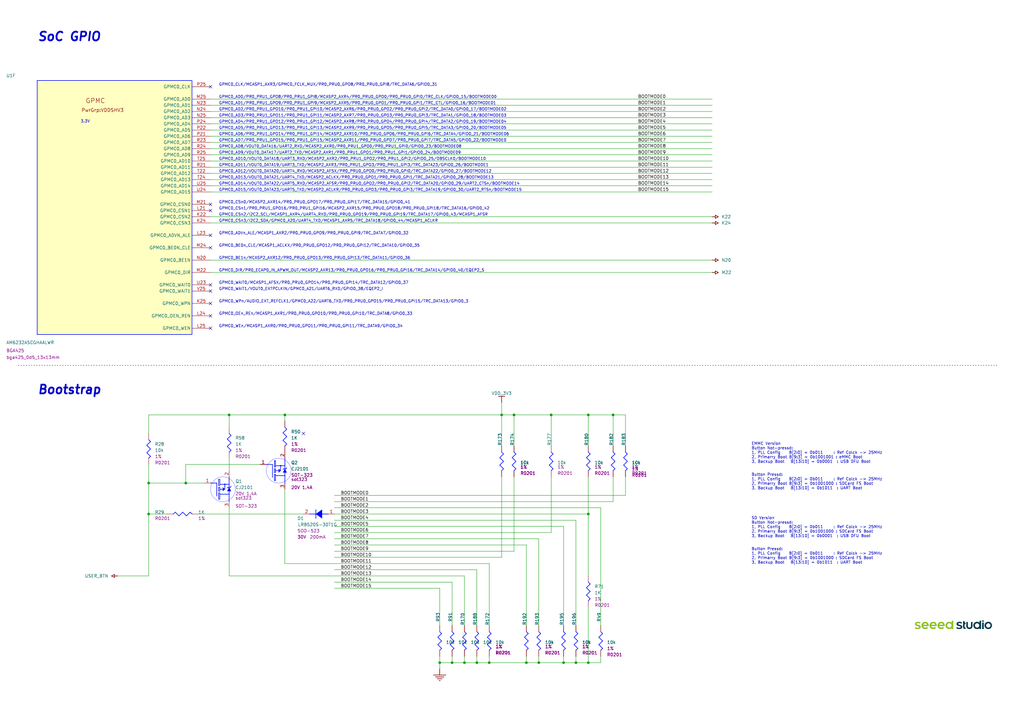
<source format=kicad_sch>
(kicad_sch (version 20231120) (generator "eeschema") (generator_version "8.0")
  (paper "User" 419.989 297.002)
  (junction (at 220.98 271.78))
  (junction (at 215.9 271.78))
  (junction (at 226.06 170.18))
  (junction (at 185.42 271.78))
  (junction (at 236.22 271.78))
  (junction (at 241.3 271.78))
  (junction (at 241.3 210.82))
  (junction (at 195.58 271.78))
  (junction (at 241.3 170.18))
  (junction (at 200.66 271.78))
  (junction (at 180.34 271.78))
  (junction (at 205.74 170.18))
  (junction (at 76.2 198.12))
  (junction (at 251.46 170.18))
  (junction (at 231.14 271.78))
  (junction (at 60.96 210.82))
  (junction (at 210.82 170.18))
  (junction (at 93.98 170.18))
  (junction (at 116.84 170.18))
  (junction (at 60.96 198.12))
  (junction (at 190.5 271.78))
  (no_connect (at 86.36 134.62))
  (no_connect (at 86.36 83.82))
  (no_connect (at 86.36 86.36))
  (no_connect (at 86.36 101.6))
  (no_connect (at 86.36 96.52))
  (no_connect (at 124.46 177.8))
  (no_connect (at 86.36 124.46))
  (no_connect (at 86.36 116.84))
  (no_connect (at 86.36 35.56))
  (no_connect (at 86.36 119.38))
  (no_connect (at 86.36 129.54))
  (wire (pts (xy 220.98 271.78) (xy 220.98 269.24)))
  (wire (pts (xy 68.58 210.82) (xy 60.96 210.82)))
  (wire (pts (xy 106.68 190.5) (xy 76.2 190.5)))
  (wire (pts (xy 86.36 78.74) (xy 292.1 78.74)))
  (wire (pts (xy 60.96 177.8) (xy 60.96 170.18)))
  (wire (pts (xy 86.36 106.68) (xy 292.1 106.68)))
  (wire (pts (xy 137.16 203.2) (xy 256.54 203.2)))
  (wire (pts (xy 93.98 236.22) (xy 93.98 208.28)))
  (wire (pts (xy 48.26 236.22) (xy 60.96 236.22)))
  (wire (pts (xy 195.58 233.68) (xy 137.16 233.68)))
  (wire (pts (xy 246.38 271.78) (xy 246.38 269.24)))
  (wire (pts (xy 246.38 256.54) (xy 246.38 208.28)))
  (wire (pts (xy 226.06 182.88) (xy 226.06 170.18)))
  (wire (pts (xy 251.46 205.74) (xy 251.46 195.58)))
  (wire (pts (xy 200.66 271.78) (xy 215.9 271.78)))
  (wire (pts (xy 251.46 170.18) (xy 256.54 170.18)))
  (wire (pts (xy 93.98 193.04) (xy 93.98 187.96)))
  (wire (pts (xy 76.2 190.5) (xy 76.2 198.12)))
  (wire (pts (xy 220.98 220.98) (xy 137.16 220.98)))
  (wire (pts (xy 86.36 45.72) (xy 292.1 45.72)))
  (wire (pts (xy 210.82 182.88) (xy 210.82 170.18)))
  (wire (pts (xy 86.36 60.96) (xy 292.1 60.96)))
  (wire (pts (xy 116.84 200.66) (xy 116.84 231.14)))
  (wire (pts (xy 236.22 213.36) (xy 137.16 213.36)))
  (wire (pts (xy 116.84 170.18) (xy 205.74 170.18)))
  (wire (pts (xy 60.96 236.22) (xy 60.96 210.82)))
  (wire (pts (xy 86.36 58.42) (xy 292.1 58.42)))
  (wire (pts (xy 185.42 271.78) (xy 190.5 271.78)))
  (wire (pts (xy 180.34 271.78) (xy 185.42 271.78)))
  (wire (pts (xy 210.82 226.06) (xy 210.82 195.58)))
  (wire (pts (xy 292.1 50.8) (xy 86.36 50.8)))
  (wire (pts (xy 60.96 198.12) (xy 76.2 198.12)))
  (wire (pts (xy 236.22 256.54) (xy 236.22 213.36)))
  (wire (pts (xy 195.58 271.78) (xy 200.66 271.78)))
  (wire (pts (xy 292.1 53.34) (xy 86.36 53.34)))
  (wire (pts (xy 220.98 271.78) (xy 231.14 271.78)))
  (wire (pts (xy 190.5 256.54) (xy 190.5 236.22)))
  (wire (pts (xy 236.22 271.78) (xy 241.3 271.78)))
  (wire (pts (xy 231.14 271.78) (xy 231.14 269.24)))
  (wire (pts (xy 86.36 73.66) (xy 292.1 73.66)))
  (wire (pts (xy 241.3 271.78) (xy 246.38 271.78)))
  (wire (pts (xy 231.14 271.78) (xy 236.22 271.78)))
  (wire (pts (xy 93.98 170.18) (xy 93.98 175.26)))
  (wire (pts (xy 256.54 203.2) (xy 256.54 195.58)))
  (wire (pts (xy 195.58 256.54) (xy 195.58 233.68)))
  (wire (pts (xy 76.2 198.12) (xy 83.82 198.12)))
  (wire (pts (xy 185.42 271.78) (xy 185.42 269.24)))
  (wire (pts (xy 137.16 226.06) (xy 210.82 226.06)))
  (wire (pts (xy 60.96 170.18) (xy 93.98 170.18)))
  (wire (pts (xy 226.06 218.44) (xy 226.06 195.58)))
  (wire (pts (xy 231.14 256.54) (xy 231.14 215.9)))
  (wire (pts (xy 180.34 241.3) (xy 180.34 256.54)))
  (wire (pts (xy 292.1 48.26) (xy 86.36 48.26)))
  (wire (pts (xy 215.9 223.52) (xy 137.16 223.52)))
  (wire (pts (xy 86.36 40.64) (xy 292.1 40.64)))
  (wire (pts (xy 190.5 236.22) (xy 93.98 236.22)))
  (wire (pts (xy 215.9 271.78) (xy 220.98 271.78)))
  (wire (pts (xy 60.96 198.12) (xy 60.96 190.5)))
  (wire (pts (xy 137.16 218.44) (xy 226.06 218.44)))
  (wire (pts (xy 205.74 228.6) (xy 205.74 195.58)))
  (wire (pts (xy 256.54 170.18) (xy 256.54 182.88)))
  (wire (pts (xy 241.3 182.88) (xy 241.3 170.18)))
  (wire (pts (xy 137.16 238.76) (xy 185.42 238.76)))
  (wire (pts (xy 116.84 172.72) (xy 116.84 170.18)))
  (wire (pts (xy 86.36 111.76) (xy 292.1 111.76)))
  (wire (pts (xy 180.34 274.32) (xy 180.34 271.78)))
  (wire (pts (xy 205.74 170.18) (xy 205.74 165.1)))
  (wire (pts (xy 220.98 256.54) (xy 220.98 220.98)))
  (wire (pts (xy 86.36 63.5) (xy 292.1 63.5)))
  (wire (pts (xy 185.42 238.76) (xy 185.42 256.54)))
  (wire (pts (xy 116.84 231.14) (xy 200.66 231.14)))
  (wire (pts (xy 86.36 91.44) (xy 292.1 91.44)))
  (wire (pts (xy 226.06 170.18) (xy 241.3 170.18)))
  (wire (pts (xy 124.46 210.82) (xy 81.28 210.82)))
  (wire (pts (xy 200.66 231.14) (xy 200.66 256.54)))
  (wire (pts (xy 180.34 271.78) (xy 180.34 269.24)))
  (wire (pts (xy 137.16 241.3) (xy 180.34 241.3)))
  (wire (pts (xy 215.9 256.54) (xy 215.9 223.52)))
  (wire (pts (xy 200.66 269.24) (xy 200.66 271.78)))
  (wire (pts (xy 241.3 236.22) (xy 241.3 210.82)))
  (wire (pts (xy 93.98 170.18) (xy 116.84 170.18)))
  (wire (pts (xy 195.58 271.78) (xy 195.58 269.24)))
  (wire (pts (xy 292.1 66.04) (xy 86.36 66.04)))
  (wire (pts (xy 137.16 205.74) (xy 251.46 205.74)))
  (wire (pts (xy 60.96 210.82) (xy 60.96 198.12)))
  (wire (pts (xy 236.22 271.78) (xy 236.22 269.24)))
  (wire (pts (xy 137.16 228.6) (xy 205.74 228.6)))
  (wire (pts (xy 251.46 182.88) (xy 251.46 170.18)))
  (wire (pts (xy 86.36 43.18) (xy 292.1 43.18)))
  (wire (pts (xy 86.36 88.9) (xy 292.1 88.9)))
  (wire (pts (xy 190.5 271.78) (xy 195.58 271.78)))
  (wire (pts (xy 215.9 271.78) (xy 215.9 269.24)))
  (wire (pts (xy 86.36 68.58) (xy 292.1 68.58)))
  (wire (pts (xy 86.36 71.12) (xy 292.1 71.12)))
  (polyline (pts (xy 7.62 149.86) (xy 408.94 149.86)) (stroke (width 0.254) (type dot) (color 0 0 0 1)))
  (wire (pts (xy 292.1 55.88) (xy 86.36 55.88)))
  (wire (pts (xy 241.3 210.82) (xy 137.16 210.82)))
  (wire (pts (xy 241.3 170.18) (xy 251.46 170.18)))
  (wire (pts (xy 205.74 170.18) (xy 210.82 170.18)))
  (wire (pts (xy 241.3 210.82) (xy 241.3 195.58)))
  (wire (pts (xy 86.36 76.2) (xy 292.1 76.2)))
  (wire (pts (xy 241.3 248.92) (xy 241.3 271.78)))
  (wire (pts (xy 246.38 208.28) (xy 137.16 208.28)))
  (wire (pts (xy 231.14 215.9) (xy 137.16 215.9)))
  (wire (pts (xy 190.5 269.24) (xy 190.5 271.78)))
  (wire (pts (xy 210.82 170.18) (xy 226.06 170.18)))
  (wire (pts (xy 205.74 182.88) (xy 205.74 170.18)))
  (image (at 390.9945 256.413) (scale 0.481127))
  (text_box "GPMC0_AD13/VOUT0_DATA21/UART4_TXD/MCASP2_ACLKX/PR0_PRU0_GPO1/PR0_PRU0_GPI1/TRC_DATA21/GPIO0_28/BOOTMODE13\n" (at 222.758 73.406 0) (size -133.858 -2.286) (stroke (width -0.0001) (color 0 0 0 1)) (effects (font (size 1.143 1.143)) (justify left top)))
  (text_box "GPMC0_CLK/MCASP1_AXR3/GPMC0_FCLK_MUX/PR0_PRU0_GPO8/PR0_PRU0_GPI8/TRC_DATA6/GPIO0_31\n" (at 194.818 35.306 0) (size -105.918 -2.286) (stroke (width -0.0001) (color 0 0 0 1)) (effects (font (size 1.143 1.143)) (justify left top)))
  (text_box "GPMC0_CSn0/MCASP2_AXR14/PR0_PRU0_GPO17/PR0_PRU0_GPI17/TRC_DATA15/GPIO0_41\n" (at 182.118 83.566 0) (size -93.218 -2.286) (stroke (width -0.0001) (color 0 0 0 1)) (effects (font (size 1.143 1.143)) (justify left top)))
  (text_box "GPMC0_AD14/VOUT0_DATA22/UART5_RXD/MCASP2_AFSR/PR0_PRU0_GPO2/PR0_PRU0_GPI2/TRC_DATA20/GPIO0_29/UART2_CTSn/BOOTMODE14\n" (at 235.458 75.946 0) (size -146.558 -2.286) (stroke (width -0.0001) (color 0 0 0 1)) (effects (font (size 1.143 1.143)) (justify left top)))
  (text_box "GPMC0_AD9/VOUT0_DATA17/UART2_TXD/MCASP2_AXR1/PR0_PRU1_GPO1/PR0_PRU1_GPI1/GPIO0_24/BOOTMODE09\n" (at 206.248 63.246 0) (size -117.348 -2.286) (stroke (width -0.0001) (color 0 0 0 1)) (effects (font (size 1.143 1.143)) (justify left top)))
  (text_box "GPMC0_AD4/PR0_PRU1_GPO12/PR0_PRU1_GPI12/MCASP2_AXR8/PR0_PRU0_GPO4/PR0_PRU0_GPI4/TRC_DATA2/GPIO0_19/BOOTMODE04\n" (at 227.838 50.546 0) (size -138.938 -2.286) (stroke (width -0.0001) (color 0 0 0 1)) (effects (font (size 1.143 1.143)) (justify left top)))
  (text_box "GPMC0_AD8/VOUT0_DATA16/UART2_RXD/MCASP2_AXR0/PR0_PRU1_GPO0/PR0_PRU1_GPI0/GPIO0_23/BOOTMODE08\n" (at 206.248 60.706 0) (size -117.348 -2.286) (stroke (width -0.0001) (color 0 0 0 1)) (effects (font (size 1.143 1.143)) (justify left top)))
  (text_box "GPMC0_AD0/PR0_PRU1_GPO8/PR0_PRU1_GPI8/MCASP2_AXR4/PR0_PRU0_GPO0/PR0_PRU0_GPI0/TRC_CLK/GPIO0_15/BOOTMODE00\n" (at 222.758 40.386 0) (size -133.858 -2.286) (stroke (width -0.0001) (color 0 0 0 1)) (effects (font (size 1.143 1.143)) (justify left top)))
  (text_box "GPMC0_AD12/VOUT0_DATA20/UART4_RXD/MCASP2_AFSX/PR0_PRU0_GPO0/PR0_PRU0_GPI0/TRC_DATA22/GPIO0_27/BOOTMODE12\n" (at 221.488 70.866 0) (size -132.588 -2.286) (stroke (width -0.0001) (color 0 0 0 1)) (effects (font (size 1.143 1.143)) (justify left top)))
  (text_box "GPMC0_BE1n/MCASP2_AXR12/PR0_PRU0_GPO13/PR0_PRU0_GPI13/TRC_DATA11/GPIO0_36\n" (at 182.118 106.426 0) (size -93.218 -2.286) (stroke (width -0.0001) (color 0 0 0 1)) (effects (font (size 1.143 1.143)) (justify left top)))
  (text_box "GPMC0_AD10/VOUT0_DATA18/UART3_RXD/MCASP2_AXR2/PR0_PRU1_GPO2/PR0_PRU1_GPI2/GPIO0_25/OBSCLK0/BOOTMODE10\n" (at 217.678 65.786 0) (size -128.778 -2.286) (stroke (width -0.0001) (color 0 0 0 1)) (effects (font (size 1.143 1.143)) (justify left top)))
  (text_box "GPMC0_ADVn_ALE/MCASP1_AXR2/PR0_PRU0_GPO9/PR0_PRU0_GPI9/TRC_DATA7/GPIO0_32\n" (at 182.118 96.266 0) (size -93.218 -2.286) (stroke (width -0.0001) (color 0 0 0 1)) (effects (font (size 1.143 1.143)) (justify left top)))
  (text_box "GPMC0_AD3/PR0_PRU1_GPO11/PR0_PRU1_GPI11/MCASP2_AXR7/PR0_PRU0_GPO3/PR0_PRU0_GPI3/TRC_DATA1/GPIO0_18/BOOTMODE03\n" (at 227.838 48.006 0) (size -138.938 -2.286) (stroke (width -0.0001) (color 0 0 0 1)) (effects (font (size 1.143 1.143)) (justify left top)))
  (text_box "GPMC0_AD15/VOUT0_DATA23/UART5_TXD/MCASP2_ACLKR/PR0_PRU0_GPO3/PR0_PRU0_GPI3/TRC_DATA19/GPIO0_30/UART2_RTSn/BOOTMODE15\n" (at 236.728 78.486 0) (size -147.828 -2.286) (stroke (width -0.0001) (color 0 0 0 1)) (effects (font (size 1.143 1.143)) (justify left top)))
  (text_box "GPMC0_AD6/PR0_PRU1_GPO14/PR0_PRU1_GPI14/MCASP2_AXR10/PR0_PRU0_GPO6/PR0_PRU0_GPI6/TRC_DATA4/GPIO0_21/BOOTMODE06\n" (at 229.108 55.626 0) (size -140.208 -2.286) (stroke (width -0.0001) (color 0 0 0 1)) (effects (font (size 1.143 1.143)) (justify left top)))
  (text_box "GPMC0_AD11/VOUT0_DATA19/UART3_TXD/MCASP2_AXR3/PR0_PRU1_GPO3/PR0_PRU1_GPI3/TRC_DATA23/GPIO0_26/BOOTMODE1\n" (at 220.218 68.326 0) (size -131.318 -2.286) (stroke (width -0.0001) (color 0 0 0 1)) (effects (font (size 1.143 1.143)) (justify left top)))
  (text_box "GPMC0_DIR/PR0_ECAP0_IN_APWM_OUT/MCASP2_AXR13/PR0_PRU0_GPO16/PR0_PRU0_GPI16/TRC_DATA14/GPIO0_40/EQEP2_S\n" (at 218.948 111.506 0) (size -130.048 -2.286) (stroke (width -0.0001) (color 0 0 0 1)) (effects (font (size 1.143 1.143)) (justify left top)))
  (text_box "GPMC0_WAIT0/MCASP1_AFSX/PR0_PRU0_GPO14/PR0_PRU0_GPI14/TRC_DATA12/GPIO0_37\n" (at 182.118 116.586 0) (size -93.218 -2.286) (stroke (width -0.0001) (color 0 0 0 1)) (effects (font (size 1.143 1.143)) (justify left top)))
  (text_box "GPMC0_AD5/PR0_PRU1_GPO13/PR0_PRU1_GPI13/MCASP2_AXR9/PR0_PRU0_GPO5/PR0_PRU0_GPI5/TRC_DATA3/GPIO0_20/BOOTMODE05\n" (at 227.838 53.086 0) (size -138.938 -2.286) (stroke (width -0.0001) (color 0 0 0 1)) (effects (font (size 1.143 1.143)) (justify left top)))
  (text_box "SD Version\nButton Not-pressd:\n1, PLL Config    B[2:0] = 0b011     : Ref Colck -> 25MHz\n2, Primarry Boot B[9:3] = 0b1001000 : SDCard FS Boot\n3, Backup Boot   B[13:10] = 0b0001  : USB DFU Boot" (at 378.968 222.25 0) (size -71.628 -11.43) (stroke (width -0.0001) (color 0 0 0 1)) (effects (font (size 1.143 1.143)) (justify left top)))
  (text_box "Button Pressd:\n1, PLL Config    B[2:0] = 0b011     : Ref Colck -> 25MHz\n2, Primarry Boot B[9:3] = 0b1001000 : SDCard FS Boot\n3, Backup Boot   B[13:10] = 0b1011  : UART Boot" (at 378.968 202.184 0) (size -71.628 -9.144) (stroke (width -0.0001) (color 0 0 0 1)) (effects (font (size 1.143 1.143)) (justify left top)))
  (text_box "GPMC0_WPn/AUDIO_EXT_REFCLK1/GPMC0_A22/UART6_TXD/PR0_PRU0_GPO15/PR0_PRU0_GPI15/TRC_DATA13/GPIO0_3\n" (at 211.328 124.206 0) (size -122.428 -2.286) (stroke (width -0.0001) (color 0 0 0 1)) (effects (font (size 1.143 1.143)) (justify left top)))
  (text_box "GPMC0_WEn/MCASP1_AXR0/PR0_PRU0_GPO11/PR0_PRU0_GPI11/TRC_DATA9/GPIO0_34\n" (at 178.308 134.366 0) (size -89.408 -2.286) (stroke (width -0.0001) (color 0 0 0 1)) (effects (font (size 1.143 1.143)) (justify left top)))
  (text_box "GPMC0_AD2/PR0_PRU1_GPO10/PR0_PRU1_GPI10/MCASP2_AXR6/PR0_PRU0_GPO2/PR0_PRU0_GPI2/TRC_DATA0/GPIO0_17/BOOTMODE02\n" (at 227.838 45.466 0) (size -138.938 -2.286) (stroke (width -0.0001) (color 0 0 0 1)) (effects (font (size 1.143 1.143)) (justify left top)))
  (text_box "GPMC0_AD7/PR0_PRU1_GPO15/PR0_PRU1_GPI15/MCASP2_AXR11/PR0_PRU0_GPO7/PR0_PRU0_GPI7/TRC_DATA5/GPIO0_22/BOOTMODE0\n" (at 227.838 58.166 0) (size -138.938 -2.286) (stroke (width -0.0001) (color 0 0 0 1)) (effects (font (size 1.143 1.143)) (justify left top)))
  (text_box "GPMC0_CSn2/I2C2_SCL/MCASP1_AXR4/UART4_RXD/PR0_PRU0_GPO19/PR0_PRU0_GPI19/TRC_DATA17/GPIO0_43/MCASP1_AFSR\n" (at 220.218 88.646 0) (size -131.318 -2.286) (stroke (width -0.0001) (color 0 0 0 1)) (effects (font (size 1.143 1.143)) (justify left top)))
  (text_box "GPMC0_CSn3/I2C2_SDA/GPMC0_A20/UART4_TXD/MCASP1_AXR5/TRC_DATA18/GPIO0_44/MCASP1_ACLKR\n" (at 196.088 91.186 0) (size -107.188 -2.286) (stroke (width -0.0001) (color 0 0 0 1)) (effects (font (size 1.143 1.143)) (justify left top)))
  (text_box "EMMC Version\nButton Not-pressd:\n1, PLL Config    B[2:0] = 0b011     : Ref Colck -> 25MHz\n2, Primarry Boot B[9:3] = 0b1001001 : eMMC Boot\n3, Backup Boot   B[13:10] = 0b0001  : USB DFU Boot" (at 378.968 191.77 0) (size -71.628 -11.43) (stroke (width -0.0001) (color 0 0 0 1)) (effects (font (size 1.143 1.143)) (justify left top)))
  (text_box "GPMC0_WAIT1/VOUT0_EXTPCLKIN/GPMC0_A21/UART6_RXD/GPIO0_38/EQEP2_I\n" (at 170.688 119.126 0) (size -81.788 -2.286) (stroke (width -0.0001) (color 0 0 0 1)) (effects (font (size 1.143 1.143)) (justify left top)))
  (text_box "GPMC0_OEn_REn/MCASP1_AXR1/PR0_PRU0_GPO10/PR0_PRU0_GPI10/TRC_DATA8/GPIO0_33\n" (at 183.388 129.286 0) (size -94.488 -2.286) (stroke (width -0.0001) (color 0 0 0 1)) (effects (font (size 1.143 1.143)) (justify left top)))
  (text_box "GPMC0_CSn1/PR0_PRU1_GPO16/PR0_PRU1_GPI16/MCASP2_AXR15/PR0_PRU0_GPO18/PR0_PRU0_GPI18/TRC_DATA16/GPIO0_42\n" (at 220.218 86.106 0) (size -131.318 -2.286) (stroke (width -0.0001) (color 0 0 0 1)) (effects (font (size 1.143 1.143)) (justify left top)))
  (text_box "Button Pressd:\n1, PLL Config    B[2:0] = 0b011     : Ref Colck -> 25MHz\n2, Primarry Boot B[9:3] = 0b1001000 : SDCard FS Boot\n3, Backup Boot   B[13:10] = 0b1011  : UART Boot" (at 378.968 232.664 0) (size -71.628 -9.144) (stroke (width -0.0001) (color 0 0 0 1)) (effects (font (size 1.143 1.143)) (justify left top)))
  (text_box "GPMC0_BE0n_CLE/MCASP1_ACLKX/PR0_PRU0_GPO12/PR0_PRU0_GPI12/TRC_DATA10/GPIO0_35\n" (at 187.198 101.346 0) (size -98.298 -2.286) (stroke (width -0.0001) (color 0 0 0 1)) (effects (font (size 1.143 1.143)) (justify left top)))
  (text_box "GPMC0_AD1/PR0_PRU1_GPO9/PR0_PRU1_GPI9/MCASP2_AXR5/PR0_PRU0_GPO1/PR0_PRU0_GPI1/TRC_CTL/GPIO0_16/BOOTMODE01\n" (at 222.758 42.926 0) (size -133.858 -2.286) (stroke (width -0.0001) (color 0 0 0 1)) (effects (font (size 1.143 1.143)) (justify left top)))
  (text "SoC GPIO" (at 15.24 17.272 0) (effects (font (size 3.556 3.556) (thickness 0.7112) (bold yes) (italic yes)) (justify left bottom)))
  (text "Bootstrap" (at 15.24 162.052 0) (effects (font (size 3.556 3.556) (thickness 0.7112) (bold yes) (italic yes)) (justify left bottom)))
  (text "3.3V" (at 33.02 50.546 0) (effects (font (size 1.143 1.143)) (justify left bottom)))
  (label "BOOTMODE15" (at 139.7 241.3 0))
  (label "BOOTMODE2" (at 261.62 45.72 0))
  (label "BOOTMODE13" (at 139.7 236.22 0))
  (label "BOOTMODE9" (at 139.7 226.06 0))
  (label "BOOTMODE8" (at 261.62 60.96 0))
  (label "BOOTMODE5" (at 139.7 215.9 0))
  (label "BOOTMODE8" (at 139.7 223.52 0))
  (label "BOOTMODE0" (at 139.7 203.2 0))
  (label "BOOTMODE0" (at 261.62 40.64 0))
  (label "BOOTMODE1" (at 261.62 43.18 0))
  (label "BOOTMODE2" (at 139.7 208.28 0))
  (label "BOOTMODE3" (at 261.62 48.26 0))
  (label "BOOTMODE11" (at 139.7 231.14 0))
  (label "BOOTMODE7" (at 261.62 58.42 0))
  (label "BOOTMODE4" (at 261.62 50.8 0))
  (label "BOOTMODE13" (at 261.62 73.66 0))
  (label "BOOTMODE12" (at 139.7 233.68 0))
  (label "BOOTMODE12" (at 261.62 71.12 0))
  (label "BOOTMODE1" (at 139.7 205.74 0))
  (label "BOOTMODE4" (at 139.7 213.36 0))
  (label "BOOTMODE9" (at 261.62 63.5 0))
  (label "BOOTMODE10" (at 261.62 66.04 0))
  (label "BOOTMODE5" (at 261.62 53.34 0))
  (label "BOOTMODE3" (at 139.7 210.82 0))
  (label "BOOTMODE11" (at 261.62 68.58 0))
  (label "BOOTMODE6" (at 139.7 218.44 0))
  (label "BOOTMODE10" (at 139.7 228.6 0))
  (label "BOOTMODE14" (at 261.62 76.2 0))
  (label "BOOTMODE15" (at 261.62 78.74 0))
  (label "BOOTMODE14" (at 139.7 238.76 0))
  (label "BOOTMODE7" (at 139.7 220.98 0))
  (label "BOOTMODE6" (at 261.62 55.88 0))
  (symbol (lib_id "pocketbeagle2-kicad-altium-import:root_0_R_0") (at 233.68 259.08 0) (unit 1)
    (property "Reference" "R196" (at 236.22 256.403 90) (effects (justify left bottom)))
    (property "Value" "10k" (at 238.76 264.16 0) (effects (justify left bottom)))
    (property "Footprint" "R0201" (effects (hide yes)))
    (property "Description" "SMD RES 10K-¡À1%-1/20W;0201" (effects (hide yes)))
    (property "RATING" "1%" (at 238.76 265.938 0) (effects (justify left bottom)))
    (property "PCB FOOTPRINT" "R0201" (at 238.76 268.478 0) (effects (justify left bottom)))
    (property "STATUS" "BeagleBone AI TDA4VM" (effects (hide yes)))
    (property "RATED POWER" "1/20W" (effects (hide yes)))
    (property "MANUFACTURER" "YAGEO" (effects (hide yes)))
    (property "CLASS" "DISCRETE" (effects (hide yes)))
    (property "COMPANY PART STATUS" "RV PI" (effects (hide yes)))
    (property "PACKAGE SIZE" "0201" (effects (hide yes)))
    (property "PN" "301010526" (effects (hide yes)))
    (property "TEMPERATURE" "-55¡ãC to 125¡ãC" (effects (hide yes)))
    (property "MANUFACTURER PART NUMBER" "RC0201FR-0710KL" (effects (hide yes)))
  )
  (symbol (lib_id "pocketbeagle2-kicad-altium-import:root_2_mirrored_PMOS_123") (at 109.22 198.12 0) (unit 1)
    (property "Reference" "Q2" (at 119.38 190.5 0) (effects (justify left bottom)))
    (property "Value" "CJ2101" (at 119.38 193.04 0) (effects (justify left bottom)))
    (property "Footprint" "sot323" (effects (hide yes)))
    (property "Description" "SMD MOSFET P-CH 20V-2.1A;SOT-323" (effects (hide yes)))
    (property "PCB FOOTPRINT" "sot323" (at 119.38 197.358 0) (effects (justify left bottom)))
    (property "PN" "305030084" (effects (hide yes)))
    (property "PACKAGE SIZE" "SOT-323" (at 119.38 195.58 0) (effects (justify left bottom)))
    (property "COMPANY PART STATUS" "ST" (effects (hide yes)))
    (property "POLARITY" "P-Channel" (effects (hide yes)))
    (property "CLASS" "DISCRETE" (effects (hide yes)))
    (property "MANUFACTURER" "CJ" (effects (hide yes)))
    (property "RATING" "20V 1.4A" (at 119.38 200.66 0) (effects (justify left bottom)))
    (property "MANUFACTURER PART NUMBER" "CJ2101" (effects (hide yes)))
    (property "STATUS" "ST" (effects (hide yes)))
  )
  (symbol (lib_id "pocketbeagle2-kicad-altium-import:K24_ARROW") (at 292.1 91.44 90) (unit 1)
    (property "Reference" "#PWR?" (effects (hide yes)))
    (property "Value" "K24" (at 295.91 91.44 90) (effects (justify right)))
  )
  (symbol (lib_id "pocketbeagle2-kicad-altium-import:root_0_R_0") (at 182.88 259.08 0) (unit 1)
    (property "Reference" "R91" (at 185.42 255.055 90) (effects (justify left bottom)))
    (property "Value" "10k" (at 187.96 264.16 0) (effects (justify left bottom)))
    (property "Footprint" "R0201" (effects (hide yes)))
    (property "Description" "SMD RES 10K-¡À1%-1/20W;0201" (effects (hide yes)))
    (property "RATING" "1%" (at 203.2 265.938 0) (effects (justify left bottom)))
    (property "PCB FOOTPRINT" "R0201" (at 203.2 268.478 0) (effects (justify left bottom)))
    (property "MANUFACTURER PART NUMBER" "RC0201FR-0710KL" (effects (hide yes)))
    (property "TEMPERATURE" "-55¡ãC to 125¡ãC" (effects (hide yes)))
    (property "PN" "301010526" (effects (hide yes)))
    (property "PACKAGE SIZE" "0201" (effects (hide yes)))
    (property "COMPANY PART STATUS" "RV PI" (effects (hide yes)))
    (property "CLASS" "DISCRETE" (effects (hide yes)))
    (property "MANUFACTURER" "YAGEO" (effects (hide yes)))
    (property "RATED POWER" "1/20W" (effects (hide yes)))
    (property "STATUS" "BeagleBone AI TDA4VM" (effects (hide yes)))
  )
  (symbol (lib_id "pocketbeagle2-kicad-altium-import:root_0_R_0") (at 218.44 259.08 0) (unit 1)
    (property "Reference" "R193" (at 220.98 256.403 90) (effects (justify left bottom)))
    (property "Value" "10k" (at 223.52 264.16 0) (effects (justify left bottom)))
    (property "Footprint" "R0201" (effects (hide yes)))
    (property "Description" "SMD RES 10K-¡À1%-1/20W;0201" (effects (hide yes)))
    (property "RATING" "1%" (at 223.52 265.938 0) (effects (justify left bottom)))
    (property "PCB FOOTPRINT" "R0201" (at 223.52 268.478 0) (effects (justify left bottom)))
    (property "STATUS" "BeagleBone AI TDA4VM" (effects (hide yes)))
    (property "MANUFACTURER PART NUMBER" "RC0201FR-0710KL" (effects (hide yes)))
    (property "TEMPERATURE" "-55¡ãC to 125¡ãC" (effects (hide yes)))
    (property "PN" "301010526" (effects (hide yes)))
    (property "PACKAGE SIZE" "0201" (effects (hide yes)))
    (property "COMPANY PART STATUS" "RV PI" (effects (hide yes)))
    (property "CLASS" "DISCRETE" (effects (hide yes)))
    (property "MANUFACTURER" "YAGEO" (effects (hide yes)))
    (property "RATED POWER" "1/20W" (effects (hide yes)))
  )
  (symbol (lib_id "pocketbeagle2-kicad-altium-import:root_0_R_0") (at 248.92 185.42 0) (unit 1)
    (property "Reference" "R182" (at 251.46 182.743 90) (effects (justify left bottom)))
    (property "Value" "10k" (at 259.08 190.5 0) (effects (justify left bottom)))
    (property "Footprint" "R0201" (effects (hide yes)))
    (property "Description" "SMD RES 10K-¡À1%-1/20W;0201" (effects (hide yes)))
    (property "RATING" "1%" (at 259.08 192.278 0) (effects (justify left bottom)))
    (property "PCB FOOTPRINT" "R0201" (at 259.08 194.818 0) (effects (justify left bottom)))
    (property "STATUS" "BeagleBone AI TDA4VM" (effects (hide yes)))
    (property "RATED POWER" "1/20W" (effects (hide yes)))
    (property "PN" "301010526" (effects (hide yes)))
    (property "PACKAGE SIZE" "0201" (effects (hide yes)))
    (property "COMPANY PART STATUS" "RV PI" (effects (hide yes)))
    (property "CLASS" "DISCRETE" (effects (hide yes)))
    (property "MANUFACTURER" "YAGEO" (effects (hide yes)))
    (property "TEMPERATURE" "-55¡ãC to 125¡ãC" (effects (hide yes)))
    (property "MANUFACTURER PART NUMBER" "RC0201FR-0710KL" (effects (hide yes)))
  )
  (symbol (lib_id "pocketbeagle2-kicad-altium-import:K22_ARROW") (at 292.1 88.9 90) (unit 1)
    (property "Reference" "#PWR?" (effects (hide yes)))
    (property "Value" "K22" (at 295.91 88.9 90) (effects (justify right)))
  )
  (symbol (lib_id "pocketbeagle2-kicad-altium-import:root_2_mirrored_PMOS_123") (at 86.36 205.74 0) (unit 1)
    (property "Reference" "Q1" (at 96.52 198.12 0) (effects (justify left bottom)))
    (property "Value" "CJ2101" (at 96.52 200.66 0) (effects (justify left bottom)))
    (property "Footprint" "sot323" (effects (hide yes)))
    (property "Description" "SMD MOSFET P-CH 20V-2.1A;SOT-323" (effects (hide yes)))
    (property "PCB FOOTPRINT" "sot323" (at 96.52 204.978 0) (effects (justify left bottom)))
    (property "MANUFACTURER PART NUMBER" "CJ2101" (effects (hide yes)))
    (property "RATING" "20V 1.4A" (at 96.52 203.2 0) (effects (justify left bottom)))
    (property "MANUFACTURER" "CJ" (effects (hide yes)))
    (property "CLASS" "DISCRETE" (effects (hide yes)))
    (property "POLARITY" "P-Channel" (effects (hide yes)))
    (property "COMPANY PART STATUS" "ST" (effects (hide yes)))
    (property "PACKAGE SIZE" "SOT-323" (at 96.52 208.28 0) (effects (justify left bottom)))
    (property "PN" "305030084" (effects (hide yes)))
    (property "STATUS" "ST" (effects (hide yes)))
  )
  (symbol (lib_id "pocketbeagle2-kicad-altium-import:root_0_R_0") (at 58.42 180.34 0) (unit 1)
    (property "Reference" "R28" (at 63.5 182.88 0) (effects (justify left bottom)))
    (property "Value" "10k" (at 63.5 185.42 0) (effects (justify left bottom)))
    (property "Footprint" "R0201" (effects (hide yes)))
    (property "Description" "SMD RES 10K-¡À1%-1/20W;0201" (effects (hide yes)))
    (property "RATING" "1%" (at 63.5 187.96 0) (effects (justify left bottom)))
    (property "PCB FOOTPRINT" "R0201" (at 63.5 190.5 0) (effects (justify left bottom)))
    (property "STATUS" "BeagleBone AI TDA4VM" (effects (hide yes)))
    (property "MANUFACTURER PART NUMBER" "RC0201FR-0710KL" (effects (hide yes)))
    (property "TEMPERATURE" "-55¡ãC to 125¡ãC" (effects (hide yes)))
    (property "PN" "301010526" (effects (hide yes)))
    (property "PACKAGE SIZE" "0201" (effects (hide yes)))
    (property "COMPANY PART STATUS" "RV PI" (effects (hide yes)))
    (property "CLASS" "DISCRETE" (effects (hide yes)))
    (property "MANUFACTURER" "YAGEO" (effects (hide yes)))
    (property "RATED POWER" "1/20W" (effects (hide yes)))
  )
  (symbol (lib_id "pocketbeagle2-kicad-altium-import:root_0_R_0") (at 223.52 185.42 0) (unit 1)
    (property "Reference" "R177" (at 226.06 182.743 90) (effects (justify left bottom)))
    (property "Value" "10k" (at 228.6 190.5 0) (effects (justify left bottom)))
    (property "Footprint" "R0201" (effects (hide yes)))
    (property "Description" "SMD RES 10K-¡À1%-1/20W;0201" (effects (hide yes)))
    (property "RATING" "1%" (at 228.6 192.278 0) (effects (justify left bottom)))
    (property "PCB FOOTPRINT" "R0201" (at 228.6 194.818 0) (effects (justify left bottom)))
    (property "STATUS" "BeagleBone AI TDA4VM" (effects (hide yes)))
    (property "RATED POWER" "1/20W" (effects (hide yes)))
    (property "PN" "301010526" (effects (hide yes)))
    (property "PACKAGE SIZE" "0201" (effects (hide yes)))
    (property "COMPANY PART STATUS" "RV PI" (effects (hide yes)))
    (property "CLASS" "DISCRETE" (effects (hide yes)))
    (property "MANUFACTURER" "YAGEO" (effects (hide yes)))
    (property "TEMPERATURE" "-55¡ãC to 125¡ãC" (effects (hide yes)))
    (property "MANUFACTURER PART NUMBER" "RC0201FR-0710KL" (effects (hide yes)))
  )
  (symbol (lib_id "pocketbeagle2-kicad-altium-import:USER_BTN_ARROW") (at 48.26 236.22 270) (unit 1)
    (property "Reference" "#PWR?" (effects (hide yes)))
    (property "Value" "USER_BTN" (at 44.45 236.22 90) (effects (justify right)))
  )
  (symbol (lib_id "pocketbeagle2-kicad-altium-import:root_0_mirrored_AM62x_BGA425") (at 78.74 33.02 0) (unit 6)
    (property "Reference" "U1" (at 2.54 31.75 0) (effects (justify left bottom)))
    (property "Value" "AM6232ASCGHAALWR" (at 2.54 141.224 0) (effects (justify left bottom)))
    (property "Footprint" "bga425_0d5_13x13mm" (effects (hide yes)))
    (property "Description" "SMD IC MPU;AM6232 Sitara Processor;BGA425" (effects (hide yes)))
    (property "PCB FOOTPRINT" "bga425_0d5_13x13mm" (at 2.54 147.32 0) (effects (justify left bottom)))
    (property "PN" "310011877" (effects (hide yes)))
    (property "PACKAGE SIZE" "BGA425" (at 2.54 144.526 0) (effects (justify left bottom)))
    (property "COMPANY PART STATUS" "BeaglePlay" (effects (hide yes)))
    (property "CLASS" "IC" (effects (hide yes)))
    (property "MANUFACTURER" "TI" (effects (hide yes)))
    (property "TEMPERATURE" "-40¡ãC to 105¡ãC" (effects (hide yes)))
    (property "MANUFACTURER PART NUMBER" "AM6232ASCGHAALWR" (effects (hide yes)))
    (property "STATUS" "BeaglePlay" (effects (hide yes)))
  )
  (symbol (lib_id "pocketbeagle2-kicad-altium-import:root_0_R_0") (at 238.76 185.42 0) (unit 1)
    (property "Reference" "R180" (at 241.3 182.743 90) (effects (justify left bottom)))
    (property "Value" "10k" (at 243.84 190.5 0) (effects (justify left bottom)))
    (property "Footprint" "R0201" (effects (hide yes)))
    (property "Description" "SMD RES 10K-¡À1%-1/20W;0201" (effects (hide yes)))
    (property "RATING" "1%" (at 243.84 192.278 0) (effects (justify left bottom)))
    (property "PCB FOOTPRINT" "R0201" (at 243.84 194.818 0) (effects (justify left bottom)))
    (property "STATUS" "BeagleBone AI TDA4VM" (effects (hide yes)))
    (property "RATED POWER" "1/20W" (effects (hide yes)))
    (property "PN" "301010526" (effects (hide yes)))
    (property "PACKAGE SIZE" "0201" (effects (hide yes)))
    (property "COMPANY PART STATUS" "RV PI" (effects (hide yes)))
    (property "CLASS" "DISCRETE" (effects (hide yes)))
    (property "MANUFACTURER" "YAGEO" (effects (hide yes)))
    (property "TEMPERATURE" "-55¡ãC to 125¡ãC" (effects (hide yes)))
    (property "MANUFACTURER PART NUMBER" "RC0201FR-0710KL" (effects (hide yes)))
  )
  (symbol (lib_id "pocketbeagle2-kicad-altium-import:root_0_R_0") (at 187.96 259.08 0) (unit 1)
    (property "Reference" "R170" (at 190.5 256.403 90) (effects (justify left bottom)))
    (property "Value" "10k" (at 193.04 264.16 0) (effects (justify left bottom)))
    (property "Footprint" "R0201" (effects (hide yes)))
    (property "Description" "SMD RES 10K-¡À1%-1/20W;0201" (effects (hide yes)))
    (property "RATING" "1%" (at 203.2 265.938 0) (effects (justify left bottom)))
    (property "PCB FOOTPRINT" "R0201" (at 203.2 268.478 0) (effects (justify left bottom)))
    (property "MANUFACTURER PART NUMBER" "RC0201FR-0710KL" (effects (hide yes)))
    (property "TEMPERATURE" "-55¡ãC to 125¡ãC" (effects (hide yes)))
    (property "RATED POWER" "1/20W" (effects (hide yes)))
    (property "PN" "301010526" (effects (hide yes)))
    (property "PACKAGE SIZE" "0201" (effects (hide yes)))
    (property "COMPANY PART STATUS" "RV PI" (effects (hide yes)))
    (property "CLASS" "DISCRETE" (effects (hide yes)))
    (property "MANUFACTURER" "YAGEO" (effects (hide yes)))
    (property "STATUS" "BeagleBone AI TDA4VM" (effects (hide yes)))
  )
  (symbol (lib_id "pocketbeagle2-kicad-altium-import:root_0_R_1") (at 71.12 208.28 0) (unit 1)
    (property "Reference" "R29" (at 63.5 210.82 0) (effects (justify left bottom)))
    (property "Value" "1K" (at 81.28 210.82 0) (effects (justify left bottom)))
    (property "Footprint" "R0201" (effects (hide yes)))
    (property "Description" "SMD RES 1K-¡À1%-1/20W;0201" (effects (hide yes)))
    (property "RATING" "1%" (at 81.28 213.36 0) (effects (justify left bottom)))
    (property "PCB FOOTPRINT" "R0201" (at 63.5 213.36 0) (effects (justify left bottom)))
    (property "STATUS" "ST" (effects (hide yes)))
    (property "MANUFACTURER PART NUMBER" "RC0201FR-071KL" (effects (hide yes)))
    (property "TEMPERATURE" "-55¡ãC to 125¡ãC" (effects (hide yes)))
    (property "MANUFACTURER" "YAGEO" (effects (hide yes)))
    (property "CLASS" "DISCRETE" (effects (hide yes)))
    (property "RATED POWER" "1/20W" (effects (hide yes)))
    (property "COMPANY PART STATUS" "ST" (effects (hide yes)))
    (property "PACKAGE SIZE" "0201" (effects (hide yes)))
    (property "PN" "301010523" (effects (hide yes)))
  )
  (symbol (lib_id "pocketbeagle2-kicad-altium-import:GND_POWER_GROUND") (at 180.34 274.32 0) (unit 1)
    (property "Reference" "#PWR?" (effects (hide yes)))
    (property "Value" "GND" (effects (hide yes)))
  )
  (symbol (lib_id "pocketbeagle2-kicad-altium-import:root_0_R_0") (at 208.28 185.42 0) (unit 1)
    (property "Reference" "R174" (at 210.82 182.743 90) (effects (justify left bottom)))
    (property "Value" "10k" (at 213.36 190.5 0) (effects (justify left bottom)))
    (property "Footprint" "R0201" (effects (hide yes)))
    (property "Description" "SMD RES 10K-¡À1%-1/20W;0201" (effects (hide yes)))
    (property "RATING" "1%" (at 213.36 192.278 0) (effects (justify left bottom)))
    (property "PCB FOOTPRINT" "R0201" (at 213.36 194.818 0) (effects (justify left bottom)))
    (property "STATUS" "BeagleBone AI TDA4VM" (effects (hide yes)))
    (property "RATED POWER" "1/20W" (effects (hide yes)))
    (property "PN" "301010526" (effects (hide yes)))
    (property "PACKAGE SIZE" "0201" (effects (hide yes)))
    (property "COMPANY PART STATUS" "RV PI" (effects (hide yes)))
    (property "CLASS" "DISCRETE" (effects (hide yes)))
    (property "MANUFACTURER" "YAGEO" (effects (hide yes)))
    (property "TEMPERATURE" "-55¡ãC to 125¡ãC" (effects (hide yes)))
    (property "MANUFACTURER PART NUMBER" "RC0201FR-0710KL" (effects (hide yes)))
  )
  (symbol (lib_id "pocketbeagle2-kicad-altium-import:root_0_R_0") (at 114.3 175.26 0) (unit 1)
    (property "Reference" "R50" (at 119.38 177.8 0) (effects (justify left bottom)))
    (property "Value" "1K" (at 119.38 180.34 0) (effects (justify left bottom)))
    (property "Footprint" "R0201" (effects (hide yes)))
    (property "Description" "SMD RES 1K-¡À1%-1/20W;0201" (effects (hide yes)))
    (property "RATING" "1%" (at 119.38 182.88 0) (effects (justify left bottom)))
    (property "PCB FOOTPRINT" "R0201" (at 119.38 185.42 0) (effects (justify left bottom)))
    (property "STATUS" "ST" (effects (hide yes)))
    (property "MANUFACTURER PART NUMBER" "RC0201FR-071KL" (effects (hide yes)))
    (property "TEMPERATURE" "-55¡ãC to 125¡ãC" (effects (hide yes)))
    (property "PN" "301010523" (effects (hide yes)))
    (property "PACKAGE SIZE" "0201" (effects (hide yes)))
    (property "COMPANY PART STATUS" "ST" (effects (hide yes)))
    (property "RATED POWER" "1/20W" (effects (hide yes)))
    (property "CLASS" "DISCRETE" (effects (hide yes)))
    (property "MANUFACTURER" "YAGEO" (effects (hide yes)))
  )
  (symbol (lib_id "pocketbeagle2-kicad-altium-import:root_0_mirrored_D") (at 134.62 208.28 0) (unit 1)
    (property "Reference" "D1" (at 121.92 213.36 0) (effects (justify left bottom)))
    (property "Value" "LRB520S-30T1G" (at 122.174 215.9 0) (effects (justify left bottom)))
    (property "Footprint" "sod_523" (effects (hide yes)))
    (property "Description" "SMD Diode Schottky 30V-200mA;SOD-523" (effects (hide yes)))
    (property "RATING" "30V" (at 121.92 220.98 0) (effects (justify left bottom)))
    (property "PCB FOOTPRINT" "sod_523" (effects (hide yes)))
    (property "STATUS" "Ìæ´úÁÏ" (effects (hide yes)))
    (property "MANUFACTURER PART NUMBER" "LRB520S-30T1G" (effects (hide yes)))
    (property "TEMPERATURE" "-40¡ãC to 125¡ãC" (effects (hide yes)))
    (property "PN" "304011072" (effects (hide yes)))
    (property "PACKAGE SIZE" "SOD-523" (at 121.92 218.44 0) (effects (justify left bottom)))
    (property "COMPANY PART STATUS" "SCG Vehicle Device" (effects (hide yes)))
    (property "PEAK FORWARD CURRENT" "200mA" (at 127 220.98 0) (effects (justify left bottom)))
    (property "REPETITIVE REVERSE VOLTAGE MAXIMUM" "30V" (at 121.92 220.98 0) (effects (justify left bottom)))
    (property "CLASS" "DISCRETE" (effects (hide yes)))
    (property "MANUFACTURER" "LRC" (effects (hide yes)))
  )
  (symbol (lib_id "pocketbeagle2-kicad-altium-import:root_0_R_0") (at 203.2 185.42 0) (unit 1)
    (property "Reference" "R173" (at 205.74 182.743 90) (effects (justify left bottom)))
    (property "Value" "10k" (at 213.36 190.5 0) (effects (justify left bottom)))
    (property "Footprint" "R0201" (effects (hide yes)))
    (property "Description" "SMD RES 10K-¡À1%-1/20W;0201" (effects (hide yes)))
    (property "RATING" "1%" (at 213.36 192.278 0) (effects (justify left bottom)))
    (property "PCB FOOTPRINT" "R0201" (at 213.36 194.818 0) (effects (justify left bottom)))
    (property "STATUS" "BeagleBone AI TDA4VM" (effects (hide yes)))
    (property "MANUFACTURER PART NUMBER" "RC0201FR-0710KL" (effects (hide yes)))
    (property "TEMPERATURE" "-55¡ãC to 125¡ãC" (effects (hide yes)))
    (property "MANUFACTURER" "YAGEO" (effects (hide yes)))
    (property "CLASS" "DISCRETE" (effects (hide yes)))
    (property "COMPANY PART STATUS" "RV PI" (effects (hide yes)))
    (property "PACKAGE SIZE" "0201" (effects (hide yes)))
    (property "PN" "301010526" (effects (hide yes)))
    (property "RATED POWER" "1/20W" (effects (hide yes)))
  )
  (symbol (lib_id "pocketbeagle2-kicad-altium-import:root_0_R_0") (at 243.84 259.08 0) (unit 1)
    (property "Reference" "R49" (at 246.38 255.055 90) (effects (justify left bottom)))
    (property "Value" "10k" (at 248.92 264.16 0) (effects (justify left bottom)))
    (property "Footprint" "R0201" (effects (hide yes)))
    (property "Description" "SMD RES 10K-¡À1%-1/20W;0201" (effects (hide yes)))
    (property "RATING" "1%" (at 248.92 266.7 0) (effects (justify left bottom)))
    (property "PCB FOOTPRINT" "R0201" (at 248.92 269.24 0) (effects (justify left bottom)))
    (property "STATUS" "BeagleBone AI TDA4VM" (effects (hide yes)))
    (property "MANUFACTURER PART NUMBER" "RC0201FR-0710KL" (effects (hide yes)))
    (property "TEMPERATURE" "-55¡ãC to 125¡ãC" (effects (hide yes)))
    (property "MANUFACTURER" "YAGEO" (effects (hide yes)))
    (property "CLASS" "DISCRETE" (effects (hide yes)))
    (property "COMPANY PART STATUS" "RV PI" (effects (hide yes)))
    (property "PACKAGE SIZE" "0201" (effects (hide yes)))
    (property "PN" "301010526" (effects (hide yes)))
    (property "RATED POWER" "1/20W" (effects (hide yes)))
  )
  (symbol (lib_id "pocketbeagle2-kicad-altium-import:root_0_R_0") (at 254 185.42 0) (unit 1)
    (property "Reference" "R183" (at 256.54 182.743 90) (effects (justify left bottom)))
    (property "Value" "10k" (at 259.08 190.5 0) (effects (justify left bottom)))
    (property "Footprint" "R0201" (effects (hide yes)))
    (property "Description" "SMD RES 10K-¡À1%-1/20W;0201" (effects (hide yes)))
    (property "RATING" "1%" (at 259.08 193.04 0) (effects (justify left bottom)))
    (property "PCB FOOTPRINT" "R0201" (at 259.08 195.58 0) (effects (justify left bottom)))
    (property "STATUS" "BeagleBone AI TDA4VM" (effects (hide yes)))
    (property "MANUFACTURER PART NUMBER" "RC0201FR-0710KL" (effects (hide yes)))
    (property "TEMPERATURE" "-55¡ãC to 125¡ãC" (effects (hide yes)))
    (property "PN" "301010526" (effects (hide yes)))
    (property "PACKAGE SIZE" "0201" (effects (hide yes)))
    (property "COMPANY PART STATUS" "RV PI" (effects (hide yes)))
    (property "CLASS" "DISCRETE" (effects (hide yes)))
    (property "MANUFACTURER" "YAGEO" (effects (hide yes)))
    (property "RATED POWER" "1/20W" (effects (hide yes)))
  )
  (symbol (lib_id "pocketbeagle2-kicad-altium-import:root_0_R_0") (at 198.12 259.08 0) (unit 1)
    (property "Reference" "R172" (at 200.66 256.403 90) (effects (justify left bottom)))
    (property "Value" "10k" (at 203.2 264.16 0) (effects (justify left bottom)))
    (property "Footprint" "R0201" (effects (hide yes)))
    (property "Description" "SMD RES 10K-¡À1%-1/20W;0201" (effects (hide yes)))
    (property "RATING" "1%" (at 203.2 265.938 0) (effects (justify left bottom)))
    (property "PCB FOOTPRINT" "R0201" (at 203.2 268.478 0) (effects (justify left bottom)))
    (property "STATUS" "BeagleBone AI TDA4VM" (effects (hide yes)))
    (property "MANUFACTURER PART NUMBER" "RC0201FR-0710KL" (effects (hide yes)))
    (property "TEMPERATURE" "-55¡ãC to 125¡ãC" (effects (hide yes)))
    (property "RATED POWER" "1/20W" (effects (hide yes)))
    (property "PN" "301010526" (effects (hide yes)))
    (property "PACKAGE SIZE" "0201" (effects (hide yes)))
    (property "COMPANY PART STATUS" "RV PI" (effects (hide yes)))
    (property "CLASS" "DISCRETE" (effects (hide yes)))
    (property "MANUFACTURER" "YAGEO" (effects (hide yes)))
  )
  (symbol (lib_id "pocketbeagle2-kicad-altium-import:VDD_3V3_BAR") (at 205.74 165.1 180) (unit 1)
    (property "Reference" "#PWR?" (effects (hide yes)))
    (property "Value" "VDD_3V3" (at 205.74 161.29 0))
  )
  (symbol (lib_id "pocketbeagle2-kicad-altium-import:root_0_R_0") (at 193.04 259.08 0) (unit 1)
    (property "Reference" "R188" (at 195.58 256.403 90) (effects (justify left bottom)))
    (property "Value" "10k" (at 198.12 264.16 0) (effects (justify left bottom)))
    (property "Footprint" "R0201" (effects (hide yes)))
    (property "Description" "SMD RES 10K-¡À1%-1/20W;0201" (effects (hide yes)))
    (property "RATING" "1%" (at 203.2 265.938 0) (effects (justify left bottom)))
    (property "PCB FOOTPRINT" "R0201" (at 203.2 268.478 0) (effects (justify left bottom)))
    (property "MANUFACTURER PART NUMBER" "RC0201FR-0710KL" (effects (hide yes)))
    (property "TEMPERATURE" "-55¡ãC to 125¡ãC" (effects (hide yes)))
    (property "PN" "301010526" (effects (hide yes)))
    (property "PACKAGE SIZE" "0201" (effects (hide yes)))
    (property "COMPANY PART STATUS" "RV PI" (effects (hide yes)))
    (property "CLASS" "DISCRETE" (effects (hide yes)))
    (property "MANUFACTURER" "YAGEO" (effects (hide yes)))
    (property "RATED POWER" "1/20W" (effects (hide yes)))
    (property "STATUS" "BeagleBone AI TDA4VM" (effects (hide yes)))
  )
  (symbol (lib_id "pocketbeagle2-kicad-altium-import:N20_ARROW") (at 292.1 106.68 90) (unit 1)
    (property "Reference" "#PWR?" (effects (hide yes)))
    (property "Value" "N20" (at 295.91 106.68 90) (effects (justify right)))
  )
  (symbol (lib_id "pocketbeagle2-kicad-altium-import:root_0_R_0") (at 177.8 259.08 0) (unit 1)
    (property "Reference" "R93" (at 180.34 255.055 90) (effects (justify left bottom)))
    (property "Value" "10k" (at 182.88 264.16 0) (effects (justify left bottom)))
    (property "Footprint" "R0201" (effects (hide yes)))
    (property "Description" "SMD RES 10K-¡À1%-1/20W;0201" (effects (hide yes)))
    (property "RATING" "1%" (at 203.2 265.938 0) (effects (justify left bottom)))
    (property "PCB FOOTPRINT" "R0201" (at 203.2 268.478 0) (effects (justify left bottom)))
    (property "STATUS" "BeagleBone AI TDA4VM" (effects (hide yes)))
    (property "PN" "301010526" (effects (hide yes)))
    (property "PACKAGE SIZE" "0201" (effects (hide yes)))
    (property "COMPANY PART STATUS" "RV PI" (effects (hide yes)))
    (property "CLASS" "DISCRETE" (effects (hide yes)))
    (property "MANUFACTURER" "YAGEO" (effects (hide yes)))
    (property "RATED POWER" "1/20W" (effects (hide yes)))
    (property "TEMPERATURE" "-55¡ãC to 125¡ãC" (effects (hide yes)))
    (property "MANUFACTURER PART NUMBER" "RC0201FR-0710KL" (effects (hide yes)))
  )
  (symbol (lib_id "pocketbeagle2-kicad-altium-import:root_0_R_0") (at 238.76 238.76 0) (unit 1)
    (property "Reference" "R71" (at 243.84 241.3 0) (effects (justify left bottom)))
    (property "Value" "1K" (at 243.84 243.84 0) (effects (justify left bottom)))
    (property "Footprint" "R0201" (effects (hide yes)))
    (property "Description" "SMD RES 1K-¡À1%-1/20W;0201" (effects (hide yes)))
    (property "RATING" "1%" (at 243.84 246.38 0) (effects (justify left bottom)))
    (property "PCB FOOTPRINT" "R0201" (at 243.84 248.92 0) (effects (justify left bottom)))
    (property "PN" "301010523" (effects (hide yes)))
    (property "TEMPERATURE" "-55¡ãC to 125¡ãC" (effects (hide yes)))
    (property "PACKAGE SIZE" "0201" (effects (hide yes)))
    (property "STATUS" "ST" (effects (hide yes)))
    (property "MANUFACTURER" "YAGEO" (effects (hide yes)))
    (property "MANUFACTURER PART NUMBER" "RC0201FR-071KL" (effects (hide yes)))
  )
  (symbol (lib_id "pocketbeagle2-kicad-altium-import:root_0_R_0") (at 228.6 259.08 0) (unit 1)
    (property "Reference" "R195" (at 231.14 256.403 90) (effects (justify left bottom)))
    (property "Value" "10k" (at 238.76 264.16 0) (effects (justify left bottom)))
    (property "Footprint" "R0201" (effects (hide yes)))
    (property "Description" "SMD RES 10K-¡À1%-1/20W;0201" (effects (hide yes)))
    (property "RATING" "1%" (at 238.76 265.938 0) (effects (justify left bottom)))
    (property "PCB FOOTPRINT" "R0201" (at 238.76 268.478 0) (effects (justify left bottom)))
    (property "STATUS" "BeagleBone AI TDA4VM" (effects (hide yes)))
    (property "MANUFACTURER PART NUMBER" "RC0201FR-0710KL" (effects (hide yes)))
    (property "TEMPERATURE" "-55¡ãC to 125¡ãC" (effects (hide yes)))
    (property "PN" "301010526" (effects (hide yes)))
    (property "PACKAGE SIZE" "0201" (effects (hide yes)))
    (property "COMPANY PART STATUS" "RV PI" (effects (hide yes)))
    (property "CLASS" "DISCRETE" (effects (hide yes)))
    (property "MANUFACTURER" "YAGEO" (effects (hide yes)))
    (property "RATED POWER" "1/20W" (effects (hide yes)))
  )
  (symbol (lib_id "pocketbeagle2-kicad-altium-import:M22_ARROW") (at 292.1 111.76 90) (unit 1)
    (property "Reference" "#PWR?" (effects (hide yes)))
    (property "Value" "M22" (at 295.91 111.76 90) (effects (justify right)))
  )
  (symbol (lib_id "pocketbeagle2-kicad-altium-import:root_0_R_0") (at 213.36 259.08 0) (unit 1)
    (property "Reference" "R192" (at 215.9 256.403 90) (effects (justify left bottom)))
    (property "Value" "10k" (at 223.52 264.16 0) (effects (justify left bottom)))
    (property "Footprint" "R0201" (effects (hide yes)))
    (property "Description" "SMD RES 10K-¡À1%-1/20W;0201" (effects (hide yes)))
    (property "RATING" "1%" (at 223.52 265.938 0) (effects (justify left bottom)))
    (property "PCB FOOTPRINT" "R0201" (at 223.52 268.478 0) (effects (justify left bottom)))
    (property "STATUS" "BeagleBone AI TDA4VM" (effects (hide yes)))
    (property "RATED POWER" "1/20W" (effects (hide yes)))
    (property "MANUFACTURER" "YAGEO" (effects (hide yes)))
    (property "CLASS" "DISCRETE" (effects (hide yes)))
    (property "COMPANY PART STATUS" "RV PI" (effects (hide yes)))
    (property "PACKAGE SIZE" "0201" (effects (hide yes)))
    (property "PN" "301010526" (effects (hide yes)))
    (property "TEMPERATURE" "-55¡ãC to 125¡ãC" (effects (hide yes)))
    (property "MANUFACTURER PART NUMBER" "RC0201FR-0710KL" (effects (hide yes)))
  )
  (symbol (lib_id "pocketbeagle2-kicad-altium-import:root_0_R_0") (at 91.44 177.8 0) (unit 1)
    (property "Reference" "R58" (at 96.52 180.34 0) (effects (justify left bottom)))
    (property "Value" "1K" (at 96.52 182.88 0) (effects (justify left bottom)))
    (property "Footprint" "R0201" (effects (hide yes)))
    (property "Description" "SMD RES 1K-¡À1%-1/20W;0201" (effects (hide yes)))
    (property "RATING" "1%" (at 96.52 185.42 0) (effects (justify left bottom)))
    (property "PCB FOOTPRINT" "R0201" (at 96.52 187.96 0) (effects (justify left bottom)))
    (property "STATUS" "ST" (effects (hide yes)))
    (property "MANUFACTURER PART NUMBER" "RC0201FR-071KL" (effects (hide yes)))
    (property "TEMPERATURE" "-55¡ãC to 125¡ãC" (effects (hide yes)))
    (property "PN" "301010523" (effects (hide yes)))
    (property "PACKAGE SIZE" "0201" (effects (hide yes)))
    (property "COMPANY PART STATUS" "ST" (effects (hide yes)))
    (property "RATED POWER" "1/20W" (effects (hide yes)))
    (property "CLASS" "DISCRETE" (effects (hide yes)))
    (property "MANUFACTURER" "YAGEO" (effects (hide yes)))
  )
)
</source>
